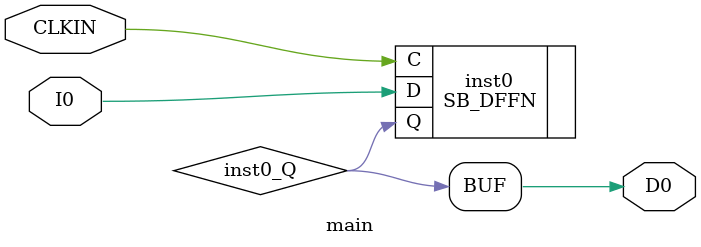
<source format=v>
module main (input  I0, output  D0, input  CLKIN);
wire  inst0_Q;
SB_DFFN inst0 (.C(CLKIN), .D(I0), .Q(inst0_Q));
assign D0 = inst0_Q;
endmodule


</source>
